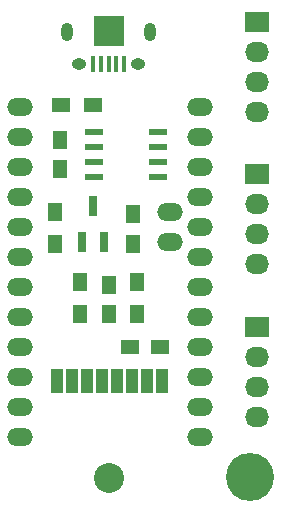
<source format=gts>
G04 #@! TF.FileFunction,Soldermask,Top*
%FSLAX46Y46*%
G04 Gerber Fmt 4.6, Leading zero omitted, Abs format (unit mm)*
G04 Created by KiCad (PCBNEW 4.0.2-stable) date Lundi 27 juin 2016 03:17:05*
%MOMM*%
G01*
G04 APERTURE LIST*
%ADD10C,0.100000*%
%ADD11R,2.540000X2.540000*%
%ADD12C,2.540000*%
%ADD13R,0.400000X1.350000*%
%ADD14O,1.250000X0.950000*%
%ADD15O,1.000000X1.550000*%
%ADD16O,2.199640X1.501140*%
%ADD17R,1.500000X1.250000*%
%ADD18R,1.000000X2.000000*%
%ADD19R,1.250000X1.500000*%
%ADD20R,1.300000X1.500000*%
%ADD21R,1.500000X1.300000*%
%ADD22R,0.800100X1.800860*%
%ADD23R,1.550000X0.600000*%
%ADD24R,2.032000X1.727200*%
%ADD25O,2.032000X1.727200*%
%ADD26C,4.064000*%
G04 APERTURE END LIST*
D10*
D11*
X58000000Y-36800000D03*
D12*
X58000000Y-74620000D03*
D13*
X59300900Y-39562540D03*
X58650900Y-39562540D03*
X58000900Y-39562540D03*
X57350900Y-39562540D03*
X56700900Y-39562540D03*
D14*
X60500900Y-39562540D03*
X55500900Y-39562540D03*
D15*
X61500900Y-36862540D03*
X54500900Y-36862540D03*
D16*
X50480000Y-43230000D03*
X50480000Y-45770000D03*
X50480000Y-48310000D03*
X50480000Y-50850000D03*
X50480000Y-53390000D03*
X50480000Y-55930000D03*
X50480000Y-58470000D03*
X50480000Y-61010000D03*
X50480000Y-63550000D03*
X50480000Y-66090000D03*
X50480000Y-68630000D03*
X50480000Y-71170000D03*
X65720000Y-71170000D03*
X65720000Y-68630000D03*
X65720000Y-66090000D03*
X65720000Y-63550000D03*
X65720000Y-61010000D03*
X65720000Y-58470000D03*
X65720000Y-55930000D03*
X65720000Y-53390000D03*
X65720000Y-50850000D03*
X65720000Y-48310000D03*
X65720000Y-45770000D03*
X65720000Y-43230000D03*
X63180000Y-54660000D03*
X63180000Y-52120000D03*
D17*
X62350000Y-63500000D03*
X59850000Y-63500000D03*
D18*
X62500000Y-66400000D03*
X61230000Y-66400000D03*
X59960000Y-66400000D03*
X58690000Y-66400000D03*
X57420000Y-66400000D03*
X56150000Y-66400000D03*
X54880000Y-66400000D03*
X53610000Y-66400000D03*
D19*
X53900000Y-45950000D03*
X53900000Y-48450000D03*
D20*
X53500000Y-52050000D03*
X53500000Y-54750000D03*
D21*
X53950000Y-43000000D03*
X56650000Y-43000000D03*
D22*
X55750000Y-54601140D03*
X57650000Y-54601140D03*
X56700000Y-51598860D03*
D23*
X56800000Y-45295000D03*
X56800000Y-46565000D03*
X56800000Y-47835000D03*
X56800000Y-49105000D03*
X62200000Y-49105000D03*
X62200000Y-47835000D03*
X62200000Y-46565000D03*
X62200000Y-45295000D03*
D19*
X60100000Y-54750000D03*
X60100000Y-52250000D03*
X58000000Y-60750000D03*
X58000000Y-58250000D03*
D20*
X60400000Y-58050000D03*
X60400000Y-60750000D03*
X55600000Y-60750000D03*
X55600000Y-58050000D03*
D24*
X70600000Y-36000000D03*
D25*
X70600000Y-38540000D03*
X70600000Y-41080000D03*
X70600000Y-43620000D03*
D24*
X70600000Y-48900000D03*
D25*
X70600000Y-51440000D03*
X70600000Y-53980000D03*
X70600000Y-56520000D03*
D24*
X70600000Y-61800000D03*
D25*
X70600000Y-64340000D03*
X70600000Y-66880000D03*
X70600000Y-69420000D03*
D26*
X70000000Y-74500000D03*
M02*

</source>
